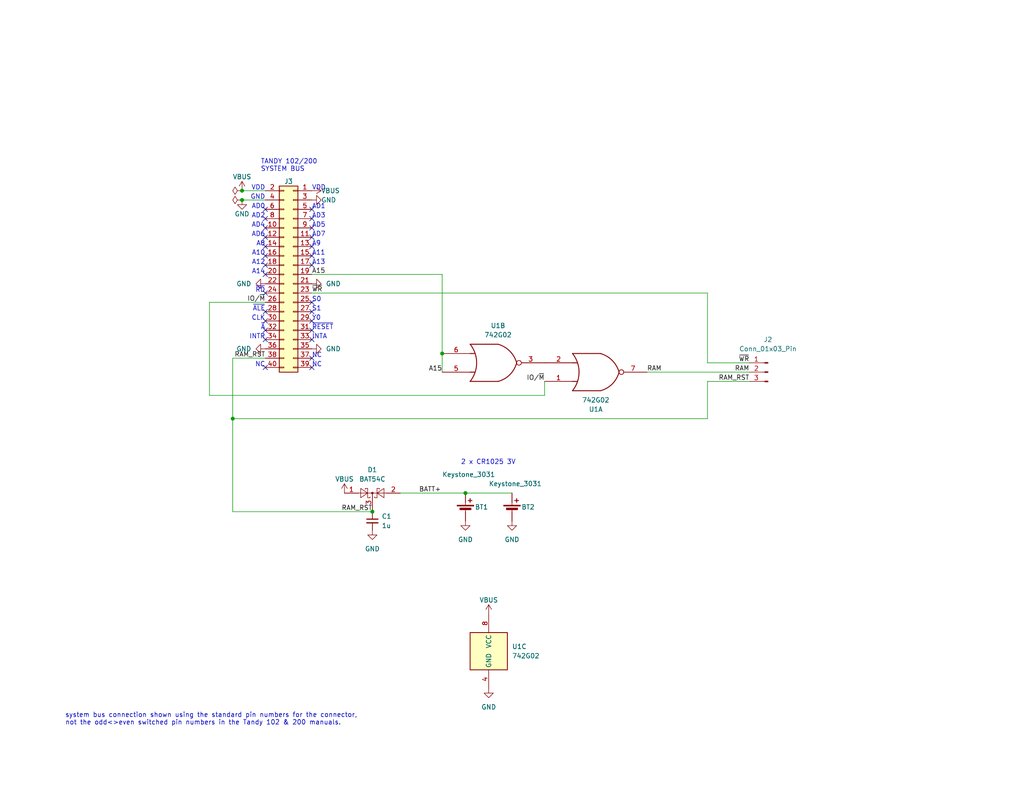
<source format=kicad_sch>
(kicad_sch (version 20230121) (generator eeschema)
  (paper "USLetter")
  (title_block (title "REXCPM UPS 102_200") (date "2023-09-02") (rev "001") (company "Brian K. White - b.kenyon.w@gmail.com") (comment 1 "Replacement REXCPM system bus interface with memory battery"))
  (lib_symbols
    (symbol "000_LOCAL:742G02"
      (property "Reference" "U" (at 5.08 7.62 0))
      (property "Value" "742G02" (at 7.62 -7.62 0))
      (symbol "742G02_1_1"
        (arc (start -7.62 -5.08) (mid -5.838 0) (end -7.62 5.08) (stroke (width 0.254)))
        (arc (start 0 -5.08) (mid 3.1986 -3.2054) (end 5.08 0) (stroke (width 0.254)))
        (polyline (pts (xy -7.62 -2.54) (xy -6.35 -2.54)) (stroke (width 0.254)) (fill (type background)))
        (polyline (pts (xy -7.62 2.54) (xy -6.35 2.54)) (stroke (width 0.254)) (fill (type background)))
        (polyline (pts (xy 0 -5.08) (xy -7.62 -5.08)) (stroke (width 0.254)) (fill (type background)))
        (polyline (pts (xy 0 5.08) (xy -7.62 5.08)) (stroke (width 0.254)) (fill (type background)))
        (arc (start 5.08 0) (mid 3.2238 3.2304) (end 0 5.08) (stroke (width 0.254)))
        (pin input line (at -15.24 2.54 0) (length 7.62) (name "~") (number "1"))
        (pin input line (at -15.24 -2.54 0) (length 7.62) (name "~") (number "2"))
        (pin output inverted (at 12.7 0 180) (length 7.62) (name "~") (number "7"))
      )
      (symbol "742G02_2_1"
        (arc (start -7.62 -5.08) (mid -5.838 0) (end -7.62 5.08) (stroke (width 0.254)))
        (arc (start 0 -5.08) (mid 3.1986 -3.2054) (end 5.08 0) (stroke (width 0.254)))
        (polyline (pts (xy -7.62 -2.54) (xy -6.35 -2.54)) (stroke (width 0.254)) (fill (type background)))
        (polyline (pts (xy -7.62 2.54) (xy -6.35 2.54)) (stroke (width 0.254)) (fill (type background)))
        (polyline (pts (xy 0 -5.08) (xy -7.62 -5.08)) (stroke (width 0.254)) (fill (type background)))
        (polyline (pts (xy 0 5.08) (xy -7.62 5.08)) (stroke (width 0.254)) (fill (type background)))
        (arc (start 5.08 0) (mid 3.2238 3.2304) (end 0 5.08) (stroke (width 0.254)))
        (pin output inverted (at 12.7 0 180) (length 7.62) (name "~") (number "3"))
        (pin input line (at -15.24 2.54 0) (length 7.62) (name "~") (number "5"))
        (pin input line (at -15.24 -2.54 0) (length 7.62) (name "~") (number "6"))
      )
      (symbol "742G02_3_0"
        (rectangle (start -5.08 -5.08) (end 5.08 5.08) (stroke (width 0.254)) (fill (type background)))
      )
      (symbol "742G02_3_1"
        (pin power_in line (at 0 -10.16 90) (length 5.08) (name "GND") (number "4"))
        (pin power_in line (at 0 10.16 270) (length 5.08) (name "VCC") (number "8"))
      )
    )
    (symbol "000_LOCAL:BAT54C" (pin_names (offset 1.016))
      (property "Reference" "D" (at 0.635 -3.81 0))
      (property "Value" "BAT54C" (at -6.35 3.175 0))
      (symbol "BAT54C_0_1"
        (polyline (pts (xy -1.905 0) (xy 1.905 0)))
        (polyline (pts (xy -1.905 1.27) (xy -1.905 1.016)))
        (polyline (pts (xy -1.27 -1.27) (xy -0.635 -1.27)))
        (polyline (pts (xy -1.27 0) (xy -3.81 0)))
        (polyline (pts (xy -1.27 1.27) (xy -1.905 1.27)))
        (polyline (pts (xy -1.27 1.27) (xy -1.27 -1.27)))
        (polyline (pts (xy -0.635 -1.27) (xy -0.635 -1.016)))
        (polyline (pts (xy 0.635 -1.27) (xy 0.635 -1.016)))
        (polyline (pts (xy 1.27 -1.27) (xy 0.635 -1.27)))
        (polyline (pts (xy 1.27 1.27) (xy 1.27 -1.27)))
        (polyline (pts (xy 1.27 1.27) (xy 1.905 1.27)))
        (polyline (pts (xy 1.905 1.27) (xy 1.905 1.016)))
        (polyline (pts (xy 3.81 0) (xy 1.27 0)))
        (polyline (pts (xy -3.175 -1.27) (xy -3.175 1.27) (xy -1.27 0) (xy -3.175 -1.27)))
        (polyline (pts (xy 3.175 -1.27) (xy 3.175 1.27) (xy 1.27 0) (xy 3.175 -1.27)))
        (circle (center 0 0) (radius 0.254) (fill (type outline)))
      )
      (symbol "BAT54C_1_1"
        (pin passive line (at -7.62 0 0) (length 3.81) (name "~") (number "1"))
        (pin passive line (at 7.62 0 180) (length 3.81) (name "~") (number "2"))
        (pin passive line (at 0 -5.08 90) (length 5.08) (name "~") (number "3"))
      )
    )
    (symbol "000_LOCAL:Battery_Cell" (pin_numbers hide) (pin_names (offset 0) hide)
      (property "Reference" "BT" (at 2.54 2.54 0))
      (property "Value" "Battery_Cell" (at 2.54 0 0))
      (symbol "Battery_Cell_0_1"
        (rectangle (start -2.286 1.778) (end 2.286 1.524) (fill (type outline)))
        (rectangle (start -1.524 1.016) (end 1.524 0.508) (fill (type outline)))
        (polyline (pts (xy 0 0.762) (xy 0 0)))
        (polyline (pts (xy 0 1.778) (xy 0 2.54)))
        (polyline (pts (xy 0.762 3.048) (xy 1.778 3.048)) (stroke (width 0.254)))
        (polyline (pts (xy 1.27 3.556) (xy 1.27 2.54)) (stroke (width 0.254)))
      )
      (symbol "Battery_Cell_1_1"
        (pin passive line (at 0 5.08 270) (length 2.54) (name "+") (number "1"))
        (pin passive line (at 0 -2.54 90) (length 2.54) (name "-") (number "2"))
      )
    )
    (symbol "000_LOCAL:C" (pin_numbers hide) (pin_names (offset 0.254) hide)
      (property "Reference" "C" (at 0.254 1.778 0))
      (property "Value" "C" (at 0.254 -2.032 0))
      (symbol "C_0_1"
        (polyline (pts (xy -1.524 -0.508) (xy 1.524 -0.508)) (stroke (width 0.3302)))
        (polyline (pts (xy -1.524 0.508) (xy 1.524 0.508)) (stroke (width 0.3048)))
      )
      (symbol "C_1_1"
        (pin passive line (at 0 2.54 270) (length 2.032) (name "~") (number "1"))
        (pin passive line (at 0 -2.54 90) (length 2.032) (name "~") (number "2"))
      )
    )
    (symbol "000_LOCAL:Conn_01x03_Pin" (pin_names (offset 1.016) hide)
      (property "Reference" "J" (at 0 5.08 0))
      (property "Value" "Conn_01x03_Pin" (at 0 -5.08 0))
      (symbol "Conn_01x03_Pin_1_1"
        (polyline (pts (xy 1.27 -2.54) (xy 0.8636 -2.54)) (stroke (width 0.1524)))
        (polyline (pts (xy 1.27 0) (xy 0.8636 0)) (stroke (width 0.1524)))
        (polyline (pts (xy 1.27 2.54) (xy 0.8636 2.54)) (stroke (width 0.1524)))
        (rectangle (start 0.8636 -2.413) (end 0 -2.667) (stroke (width 0.1524)) (fill (type outline)))
        (rectangle (start 0.8636 0.127) (end 0 -0.127) (stroke (width 0.1524)) (fill (type outline)))
        (rectangle (start 0.8636 2.667) (end 0 2.413) (stroke (width 0.1524)) (fill (type outline)))
        (pin passive line (at 5.08 2.54 180) (length 3.81) (name "Pin_1") (number "1"))
        (pin passive line (at 5.08 0 180) (length 3.81) (name "Pin_2") (number "2"))
        (pin passive line (at 5.08 -2.54 180) (length 3.81) (name "Pin_3") (number "3"))
      )
    )
    (symbol "000_LOCAL:Conn_02x20_Odd_Even" (pin_names (offset 1.016) hide)
      (property "Reference" "J" (at 1.27 25.4 0))
      (property "Value" "Conn_02x20_Odd_Even" (at 1.27 -27.94 0))
      (symbol "Conn_02x20_Odd_Even_1_1"
        (rectangle (start -1.27 -25.273) (end 0 -25.527) (stroke (width 0.1524)))
        (rectangle (start -1.27 -22.733) (end 0 -22.987) (stroke (width 0.1524)))
        (rectangle (start -1.27 -20.193) (end 0 -20.447) (stroke (width 0.1524)))
        (rectangle (start -1.27 -17.653) (end 0 -17.907) (stroke (width 0.1524)))
        (rectangle (start -1.27 -15.113) (end 0 -15.367) (stroke (width 0.1524)))
        (rectangle (start -1.27 -12.573) (end 0 -12.827) (stroke (width 0.1524)))
        (rectangle (start -1.27 -10.033) (end 0 -10.287) (stroke (width 0.1524)))
        (rectangle (start -1.27 -7.493) (end 0 -7.747) (stroke (width 0.1524)))
        (rectangle (start -1.27 -4.953) (end 0 -5.207) (stroke (width 0.1524)))
        (rectangle (start -1.27 -2.413) (end 0 -2.667) (stroke (width 0.1524)))
        (rectangle (start -1.27 0.127) (end 0 -0.127) (stroke (width 0.1524)))
        (rectangle (start -1.27 2.667) (end 0 2.413) (stroke (width 0.1524)))
        (rectangle (start -1.27 5.207) (end 0 4.953) (stroke (width 0.1524)))
        (rectangle (start -1.27 7.747) (end 0 7.493) (stroke (width 0.1524)))
        (rectangle (start -1.27 10.287) (end 0 10.033) (stroke (width 0.1524)))
        (rectangle (start -1.27 12.827) (end 0 12.573) (stroke (width 0.1524)))
        (rectangle (start -1.27 15.367) (end 0 15.113) (stroke (width 0.1524)))
        (rectangle (start -1.27 17.907) (end 0 17.653) (stroke (width 0.1524)))
        (rectangle (start -1.27 20.447) (end 0 20.193) (stroke (width 0.1524)))
        (rectangle (start -1.27 22.987) (end 0 22.733) (stroke (width 0.1524)))
        (rectangle (start -1.27 24.13) (end 3.81 -26.67) (stroke (width 0.254)) (fill (type background)))
        (rectangle (start 3.81 -25.273) (end 2.54 -25.527) (stroke (width 0.1524)))
        (rectangle (start 3.81 -22.733) (end 2.54 -22.987) (stroke (width 0.1524)))
        (rectangle (start 3.81 -20.193) (end 2.54 -20.447) (stroke (width 0.1524)))
        (rectangle (start 3.81 -17.653) (end 2.54 -17.907) (stroke (width 0.1524)))
        (rectangle (start 3.81 -15.113) (end 2.54 -15.367) (stroke (width 0.1524)))
        (rectangle (start 3.81 -12.573) (end 2.54 -12.827) (stroke (width 0.1524)))
        (rectangle (start 3.81 -10.033) (end 2.54 -10.287) (stroke (width 0.1524)))
        (rectangle (start 3.81 -7.493) (end 2.54 -7.747) (stroke (width 0.1524)))
        (rectangle (start 3.81 -4.953) (end 2.54 -5.207) (stroke (width 0.1524)))
        (rectangle (start 3.81 -2.413) (end 2.54 -2.667) (stroke (width 0.1524)))
        (rectangle (start 3.81 0.127) (end 2.54 -0.127) (stroke (width 0.1524)))
        (rectangle (start 3.81 2.667) (end 2.54 2.413) (stroke (width 0.1524)))
        (rectangle (start 3.81 5.207) (end 2.54 4.953) (stroke (width 0.1524)))
        (rectangle (start 3.81 7.747) (end 2.54 7.493) (stroke (width 0.1524)))
        (rectangle (start 3.81 10.287) (end 2.54 10.033) (stroke (width 0.1524)))
        (rectangle (start 3.81 12.827) (end 2.54 12.573) (stroke (width 0.1524)))
        (rectangle (start 3.81 15.367) (end 2.54 15.113) (stroke (width 0.1524)))
        (rectangle (start 3.81 17.907) (end 2.54 17.653) (stroke (width 0.1524)))
        (rectangle (start 3.81 20.447) (end 2.54 20.193) (stroke (width 0.1524)))
        (rectangle (start 3.81 22.987) (end 2.54 22.733) (stroke (width 0.1524)))
        (pin passive line (at -5.08 22.86 0) (length 3.81) (name "Pin_1") (number "1"))
        (pin passive line (at 7.62 12.7 180) (length 3.81) (name "Pin_10") (number "10"))
        (pin passive line (at -5.08 10.16 0) (length 3.81) (name "Pin_11") (number "11"))
        (pin passive line (at 7.62 10.16 180) (length 3.81) (name "Pin_12") (number "12"))
        (pin passive line (at -5.08 7.62 0) (length 3.81) (name "Pin_13") (number "13"))
        (pin passive line (at 7.62 7.62 180) (length 3.81) (name "Pin_14") (number "14"))
        (pin passive line (at -5.08 5.08 0) (length 3.81) (name "Pin_15") (number "15"))
        (pin passive line (at 7.62 5.08 180) (length 3.81) (name "Pin_16") (number "16"))
        (pin passive line (at -5.08 2.54 0) (length 3.81) (name "Pin_17") (number "17"))
        (pin passive line (at 7.62 2.54 180) (length 3.81) (name "Pin_18") (number "18"))
        (pin passive line (at -5.08 0 0) (length 3.81) (name "Pin_19") (number "19"))
        (pin passive line (at 7.62 22.86 180) (length 3.81) (name "Pin_2") (number "2"))
        (pin passive line (at 7.62 0 180) (length 3.81) (name "Pin_20") (number "20"))
        (pin passive line (at -5.08 -2.54 0) (length 3.81) (name "Pin_21") (number "21"))
        (pin passive line (at 7.62 -2.54 180) (length 3.81) (name "Pin_22") (number "22"))
        (pin passive line (at -5.08 -5.08 0) (length 3.81) (name "Pin_23") (number "23"))
        (pin passive line (at 7.62 -5.08 180) (length 3.81) (name "Pin_24") (number "24"))
        (pin passive line (at -5.08 -7.62 0) (length 3.81) (name "Pin_25") (number "25"))
        (pin passive line (at 7.62 -7.62 180) (length 3.81) (name "Pin_26") (number "26"))
        (pin passive line (at -5.08 -10.16 0) (length 3.81) (name "Pin_27") (number "27"))
        (pin passive line (at 7.62 -10.16 180) (length 3.81) (name "Pin_28") (number "28"))
        (pin passive line (at -5.08 -12.7 0) (length 3.81) (name "Pin_29") (number "29"))
        (pin passive line (at -5.08 20.32 0) (length 3.81) (name "Pin_3") (number "3"))
        (pin passive line (at 7.62 -12.7 180) (length 3.81) (name "Pin_30") (number "30"))
        (pin passive line (at -5.08 -15.24 0) (length 3.81) (name "Pin_31") (number "31"))
        (pin passive line (at 7.62 -15.24 180) (length 3.81) (name "Pin_32") (number "32"))
        (pin passive line (at -5.08 -17.78 0) (length 3.81) (name "Pin_33") (number "33"))
        (pin passive line (at 7.62 -17.78 180) (length 3.81) (name "Pin_34") (number "34"))
        (pin passive line (at -5.08 -20.32 0) (length 3.81) (name "Pin_35") (number "35"))
        (pin passive line (at 7.62 -20.32 180) (length 3.81) (name "Pin_36") (number "36"))
        (pin passive line (at -5.08 -22.86 0) (length 3.81) (name "Pin_37") (number "37"))
        (pin passive line (at 7.62 -22.86 180) (length 3.81) (name "Pin_38") (number "38"))
        (pin passive line (at -5.08 -25.4 0) (length 3.81) (name "Pin_39") (number "39"))
        (pin passive line (at 7.62 20.32 180) (length 3.81) (name "Pin_4") (number "4"))
        (pin passive line (at 7.62 -25.4 180) (length 3.81) (name "Pin_40") (number "40"))
        (pin passive line (at -5.08 17.78 0) (length 3.81) (name "Pin_5") (number "5"))
        (pin passive line (at 7.62 17.78 180) (length 3.81) (name "Pin_6") (number "6"))
        (pin passive line (at -5.08 15.24 0) (length 3.81) (name "Pin_7") (number "7"))
        (pin passive line (at 7.62 15.24 180) (length 3.81) (name "Pin_8") (number "8"))
        (pin passive line (at -5.08 12.7 0) (length 3.81) (name "Pin_9") (number "9"))
      )
    )
    (symbol "GND_1" (power) (pin_names (offset 0))
      (property "Value" "GND_1" (at 0 -3.81 0))
      (symbol "GND_1_0_1"
        (polyline (pts (xy 0 0) (xy 0 -1.27) (xy 1.27 -1.27) (xy 0 -2.54) (xy -1.27 -1.27) (xy 0 -1.27)))
      )
      (symbol "GND_1_1_1"
        (pin power_in line (at 0 0 270) (length 0) hide (name "GND") (number "1"))
      )
    )
    (symbol "power:GND" (power) (pin_names (offset 0))
      (property "Value" "GND" (at 0 -3.81 0))
      (symbol "GND_0_1"
        (polyline (pts (xy 0 0) (xy 0 -1.27) (xy 1.27 -1.27) (xy 0 -2.54) (xy -1.27 -1.27) (xy 0 -1.27)))
      )
      (symbol "GND_1_1"
        (pin power_in line (at 0 0 270) (length 0) hide (name "GND") (number "1"))
      )
    )
    (symbol "power:PWR_FLAG" (power) (pin_numbers hide) (pin_names (offset 0) hide)
      (property "Value" "PWR_FLAG" (at 0 3.81 0))
      (symbol "PWR_FLAG_0_0"
        (pin power_out line (at 0 0 90) (length 0) (name "pwr") (number "1"))
      )
      (symbol "PWR_FLAG_0_1"
        (polyline (pts (xy 0 0) (xy 0 1.27) (xy -1.016 1.905) (xy 0 2.54) (xy 1.016 1.905) (xy 0 1.27)))
      )
    )
    (symbol "power:VBUS" (power) (pin_names (offset 0))
      (property "Value" "VBUS" (at 0 3.81 0))
      (symbol "VBUS_0_1"
        (polyline (pts (xy -0.762 1.27) (xy 0 2.54)))
        (polyline (pts (xy 0 0) (xy 0 2.54)))
        (polyline (pts (xy 0 2.54) (xy 0.762 1.27)))
      )
      (symbol "VBUS_1_1"
        (pin power_in line (at 0 0 90) (length 0) hide (name "VBUS") (number "1"))
      )
    )
  )
  (junction (at 127 134.62))
  (junction (at 101.6 139.7))
  (junction (at 63.5 114.3))
  (junction (at 66.04 54.61))
  (junction (at 120.65 96.52))
  (junction (at 66.04 52.07))
  (no_connect (at 72.39 92.71))
  (no_connect (at 85.09 57.15))
  (no_connect (at 72.39 69.85))
  (no_connect (at 72.39 72.39))
  (no_connect (at 72.39 80.01))
  (no_connect (at 85.09 90.17))
  (no_connect (at 72.39 59.69))
  (no_connect (at 85.09 100.33))
  (no_connect (at 85.09 64.77))
  (no_connect (at 72.39 74.93))
  (no_connect (at 72.39 62.23))
  (no_connect (at 85.09 92.71))
  (no_connect (at 85.09 87.63))
  (no_connect (at 72.39 64.77))
  (no_connect (at 85.09 72.39))
  (no_connect (at 72.39 87.63))
  (no_connect (at 72.39 85.09))
  (no_connect (at 85.09 97.79))
  (no_connect (at 85.09 69.85))
  (no_connect (at 85.09 59.69))
  (no_connect (at 72.39 100.33))
  (no_connect (at 85.09 62.23))
  (no_connect (at 72.39 90.17))
  (no_connect (at 72.39 67.31))
  (no_connect (at 85.09 67.31))
  (no_connect (at 72.39 57.15))
  (no_connect (at 85.09 82.55))
  (no_connect (at 85.09 85.09))
  (wire (pts (xy 176.53 101.6) (xy 204.47 101.6)))
  (wire (pts (xy 57.15 82.55) (xy 57.15 107.95)))
  (wire (pts (xy 63.5 139.7) (xy 101.6 139.7)))
  (wire (pts (xy 57.15 107.95) (xy 148.59 107.95)))
  (wire (pts (xy 63.5 114.3) (xy 193.04 114.3)))
  (wire (pts (xy 72.39 82.55) (xy 57.15 82.55)))
  (wire (pts (xy 193.04 114.3) (xy 193.04 104.14)))
  (wire (pts (xy 109.22 134.62) (xy 127 134.62)))
  (wire (pts (xy 193.04 80.01) (xy 193.04 99.06)))
  (wire (pts (xy 63.5 114.3) (xy 63.5 139.7)))
  (wire (pts (xy 148.59 104.14) (xy 148.59 107.95)))
  (wire (pts (xy 120.65 74.93) (xy 120.65 96.52)))
  (wire (pts (xy 66.04 52.07) (xy 72.39 52.07)))
  (wire (pts (xy 120.65 96.52) (xy 120.65 101.6)))
  (wire (pts (xy 193.04 104.14) (xy 204.47 104.14)))
  (wire (pts (xy 127 134.62) (xy 139.7 134.62)))
  (wire (pts (xy 66.04 54.61) (xy 72.39 54.61)))
  (wire (pts (xy 72.39 97.79) (xy 63.5 97.79)))
  (wire (pts (xy 85.09 80.01) (xy 193.04 80.01)))
  (wire (pts (xy 85.09 74.93) (xy 120.65 74.93)))
  (wire (pts (xy 193.04 99.06) (xy 204.47 99.06)))
  (wire (pts (xy 63.5 97.79) (xy 63.5 114.3)))
  (text "A13" (at 85.09 72.39 0) (effects (font (size 1.27 1.27)) (justify left bottom)))
  (text "~{RESET}" (at 85.09 90.17 0) (effects (font (size 1.27 1.27)) (justify left bottom)))
  (text "A8" (at 72.39 67.31 0) (effects (font (size 1.27 1.27)) (justify right bottom)))
  (text "AD7" (at 85.09 64.77 0) (effects (font (size 1.27 1.27)) (justify left bottom)))
  (text "VDD" (at 72.39 52.07 0) (effects (font (size 1.27 1.27)) (justify right bottom)))
  (text "INTA" (at 85.09 92.71 0) (effects (font (size 1.27 1.27)) (justify left bottom)))
  (text "system bus connection shown using the standard pin numbers for the connector,\nnot the odd<>even switched pin numbers in the Tandy 102 & 200 manuals." (at 17.78 198.12 0) (effects (font (size 1.27 1.27)) (justify left bottom)))
  (text "CLK" (at 72.39 87.63 0) (effects (font (size 1.27 1.27)) (justify right bottom)))
  (text "A10" (at 72.39 69.85 0) (effects (font (size 1.27 1.27)) (justify right bottom)))
  (text "NC" (at 85.09 97.79 0) (effects (font (size 1.27 1.27)) (justify left bottom)))
  (text "~{RD}" (at 72.39 80.01 0) (effects (font (size 1.27 1.27)) (justify right bottom)))
  (text "AD3" (at 85.09 59.69 0) (effects (font (size 1.27 1.27)) (justify left bottom)))
  (text "TANDY 102/200\nSYSTEM BUS" (at 71.12 46.99 0) (effects (font (size 1.27 1.27)) (justify left bottom)))
  (text "AD0" (at 72.39 57.15 0) (effects (font (size 1.27 1.27)) (justify right bottom)))
  (text "NC" (at 72.39 100.33 0) (effects (font (size 1.27 1.27)) (justify right bottom)))
  (text "VDD" (at 85.09 52.07 0) (effects (font (size 1.27 1.27)) (justify left bottom)))
  (text "~{A}" (at 72.39 90.17 0) (effects (font (size 1.27 1.27)) (justify right bottom)))
  (text "A11" (at 85.09 69.85 0) (effects (font (size 1.27 1.27)) (justify left bottom)))
  (text "2 x CR1025 3V" (at 125.73 127 0) (effects (font (size 1.27 1.27)) (justify left bottom)))
  (text "AD6" (at 72.39 64.77 0) (effects (font (size 1.27 1.27)) (justify right bottom)))
  (text "A12" (at 72.39 72.39 0) (effects (font (size 1.27 1.27)) (justify right bottom)))
  (text "AD5" (at 85.09 62.23 0) (effects (font (size 1.27 1.27)) (justify left bottom)))
  (text "AD2" (at 72.39 59.69 0) (effects (font (size 1.27 1.27)) (justify right bottom)))
  (text "S1" (at 85.09 85.09 0) (effects (font (size 1.27 1.27)) (justify left bottom)))
  (text "S0" (at 85.09 82.55 0) (effects (font (size 1.27 1.27)) (justify left bottom)))
  (text "A14" (at 72.39 74.93 0) (effects (font (size 1.27 1.27)) (justify right bottom)))
  (text "Y0" (at 85.09 87.63 0) (effects (font (size 1.27 1.27)) (justify left bottom)))
  (text "NC" (at 85.09 100.33 0) (effects (font (size 1.27 1.27)) (justify left bottom)))
  (text "~{ALE}" (at 72.39 85.09 0) (effects (font (size 1.27 1.27)) (justify right bottom)))
  (text "AD1" (at 85.09 57.15 0) (effects (font (size 1.27 1.27)) (justify left bottom)))
  (text "INTR" (at 72.39 92.71 0) (effects (font (size 1.27 1.27)) (justify right bottom)))
  (text "A9" (at 85.09 67.31 0) (effects (font (size 1.27 1.27)) (justify left bottom)))
  (text "GND" (at 72.39 54.61 0) (effects (font (size 1.27 1.27)) (justify right bottom)))
  (text "AD4" (at 72.39 62.23 0) (effects (font (size 1.27 1.27)) (justify right bottom)))
  (label "IO{slash}~{M}" (at 148.59 104.14 180))
  (label "IO{slash}~{M}" (at 72.39 82.55 180))
  (label "~{WR}" (at 85.09 80.01 0))
  (label "BATT+" (at 114.3 134.62 0))
  (label "RAM_RST" (at 72.39 97.79 180))
  (label "RAM_RST" (at 204.47 104.14 180))
  (label "~{WR}" (at 204.47 99.06 180))
  (label "RAM_RST" (at 101.6 139.7 180))
  (label "A15" (at 85.09 74.93 0))
  (label "RAM" (at 176.53 101.6 0))
  (label "RAM" (at 204.47 101.6 180))
  (label "A15" (at 120.65 101.6 180))
  (symbol (lib_id "power:VBUS") (at 66.04 52.07 0) (unit 1)
    (property "Reference" "#PWR03" (effects hide))
    (property "Value" "VBUS" (at 66.04 48.26 0))
  )
  (symbol (lib_id "power:VBUS") (at 93.98 134.62 0) (unit 1)
    (property "Reference" "#PWR08" (effects hide))
    (property "Value" "VBUS" (at 93.98 130.81 0))
  )
  (symbol (lib_id "000_LOCAL:Battery_Cell") (at 139.7 139.7 0) (unit 1)
    (property "Reference" "BT2" (at 142.24 138.43 0) (effects (justify left)))
    (property "Value" "Keystone_3031" (at 133.35 132.08 0) (effects (justify left)))
    (property "Footprint" "000_LOCAL:Keystone_3031" (effects hide))
    (property "Datasheet" "datasheets/Keystone_3031.pdf" (effects hide))
  )
  (symbol (lib_name "GND_1") (lib_id "power:GND") (at 133.35 187.96 0) (unit 1)
    (property "Reference" "#PWR02" (effects hide))
    (property "Value" "GND" (at 133.35 193.04 0))
  )
  (symbol (lib_id "power:GND") (at 85.09 54.61 90) (unit 1)
    (property "Reference" "#PWR013" (effects hide))
    (property "Value" "GND" (at 87.63 54.61 90) (effects (justify right)))
  )
  (symbol (lib_id "000_LOCAL:742G02") (at 135.89 99.06 0) (mirror x) (unit 2)
    (property "Reference" "U1" (at 135.89 88.9 0))
    (property "Value" "742G02" (at 135.89 91.44 0))
    (property "Footprint" "000_LOCAL:TSSOP-8_3x3mm_P0.65mm" (effects hide))
    (property "Datasheet" "datasheets/742G02.pdf" (effects hide))
  )
  (symbol (lib_id "power:GND") (at 66.04 54.61 0) (unit 1)
    (property "Reference" "#PWR04" (effects hide))
    (property "Value" "GND" (at 66.04 58.42 0))
  )
  (symbol (lib_id "power:GND") (at 85.09 77.47 90) (unit 1)
    (property "Reference" "#PWR014" (effects hide))
    (property "Value" "GND" (at 88.9 77.47 90) (effects (justify right)))
  )
  (symbol (lib_id "000_LOCAL:Conn_01x03_Pin") (at 209.55 101.6 0) (mirror y) (unit 1)
    (property "Reference" "J2" (at 209.55 92.71 0))
    (property "Value" "Conn_01x03_Pin" (at 209.55 95.25 0))
    (property "Footprint" "000_LOCAL:PinHeader_1x03_P2.54mm_Horizontal" (effects hide))
  )
  (symbol (lib_id "000_LOCAL:Conn_02x20_Odd_Even") (at 80.01 74.93 0) (mirror y) (unit 1)
    (property "Reference" "J3" (at 78.74 49.53 0))
    (property "Value" "Conn_02x20_Odd_Even" (effects hide))
    (property "Footprint" "000_LOCAL:IDC-Header_2x20_P2.54mm_Vertical" (effects hide))
    (property "Datasheet" "datasheets/2x20_male_boxed.pdf" (effects hide))
  )
  (symbol (lib_id "000_LOCAL:742G02") (at 163.83 101.6 0) (mirror x) (unit 1)
    (property "Reference" "U1" (at 162.56 111.76 0))
    (property "Value" "742G02" (at 162.56 109.22 0))
    (property "Footprint" "000_LOCAL:TSSOP-8_3x3mm_P0.65mm" (effects hide))
    (property "Datasheet" "datasheets/742G02.pdf" (effects hide))
  )
  (symbol (lib_id "000_LOCAL:BAT54C") (at 101.6 134.62 0) (unit 1)
    (property "Reference" "D1" (at 101.6 128.27 0))
    (property "Value" "BAT54C" (at 101.6 130.81 0))
    (property "Footprint" "Package_TO_SOT_SMD:SOT-23" (effects hide))
    (property "Datasheet" "datasheets/bat54c.pdf" (effects hide))
  )
  (symbol (lib_id "power:VBUS") (at 85.09 52.07 270) (unit 1)
    (property "Reference" "#PWR012" (effects hide))
    (property "Value" "VBUS" (at 90.17 52.07 90))
  )
  (symbol (lib_id "power:VBUS") (at 133.35 167.64 0) (unit 1)
    (property "Reference" "#PWR01" (effects hide))
    (property "Value" "VBUS" (at 133.35 163.83 0))
  )
  (symbol (lib_id "000_LOCAL:742G02") (at 133.35 177.8 0) (unit 3)
    (property "Reference" "U1" (at 139.7 176.53 0) (effects (justify left)))
    (property "Value" "742G02" (at 139.7 179.07 0) (effects (justify left)))
    (property "Footprint" "000_LOCAL:TSSOP-8_3x3mm_P0.65mm" (effects hide))
    (property "Datasheet" "datasheets/742G02.pdf" (effects hide))
  )
  (symbol (lib_id "000_LOCAL:Battery_Cell") (at 127 139.7 0) (unit 1)
    (property "Reference" "BT1" (at 129.54 138.43 0) (effects (justify left)))
    (property "Value" "Keystone_3031" (at 120.65 129.54 0) (effects (justify left)))
    (property "Footprint" "000_LOCAL:Keystone_3031" (effects hide))
    (property "Datasheet" "datasheets/Keystone_3031.pdf" (effects hide))
  )
  (symbol (lib_id "power:GND") (at 85.09 95.25 90) (unit 1)
    (property "Reference" "#PWR015" (effects hide))
    (property "Value" "GND" (at 88.9 95.25 90) (effects (justify right)))
  )
  (symbol (lib_id "power:GND") (at 72.39 95.25 270) (unit 1)
    (property "Reference" "#PWR07" (effects hide))
    (property "Value" "GND" (at 68.58 95.25 90) (effects (justify right)))
  )
  (symbol (lib_id "000_LOCAL:C") (at 101.6 142.24 0) (unit 1)
    (property "Reference" "C1" (at 104.14 140.9763 0) (effects (justify left)))
    (property "Value" "1u" (at 104.14 143.5163 0) (effects (justify left)))
    (property "Footprint" "000_LOCAL:C_0805" (effects hide))
  )
  (symbol (lib_id "power:PWR_FLAG") (at 66.04 54.61 90) (unit 1)
    (property "Reference" "#FLG02" (effects hide))
    (property "Value" "PWR_FLAG" (effects hide))
  )
  (symbol (lib_name "GND_1") (lib_id "power:GND") (at 101.6 144.78 0) (unit 1)
    (property "Reference" "#PWR09" (effects hide))
    (property "Value" "GND" (at 101.6 149.86 0))
  )
  (symbol (lib_name "GND_1") (lib_id "power:GND") (at 139.7 142.24 0) (unit 1)
    (property "Reference" "#PWR011" (effects hide))
    (property "Value" "GND" (at 139.7 147.32 0))
  )
  (symbol (lib_id "power:PWR_FLAG") (at 66.04 52.07 90) (unit 1)
    (property "Reference" "#FLG01" (effects hide))
    (property "Value" "PWR_FLAG" (effects hide))
  )
  (symbol (lib_name "GND_1") (lib_id "power:GND") (at 127 142.24 0) (unit 1)
    (property "Reference" "#PWR010" (effects hide))
    (property "Value" "GND" (at 127 147.32 0))
  )
  (symbol (lib_id "power:GND") (at 72.39 77.47 270) (unit 1)
    (property "Reference" "#PWR05" (effects hide))
    (property "Value" "GND" (at 68.58 77.47 90) (effects (justify right)))
  )
)
</source>
